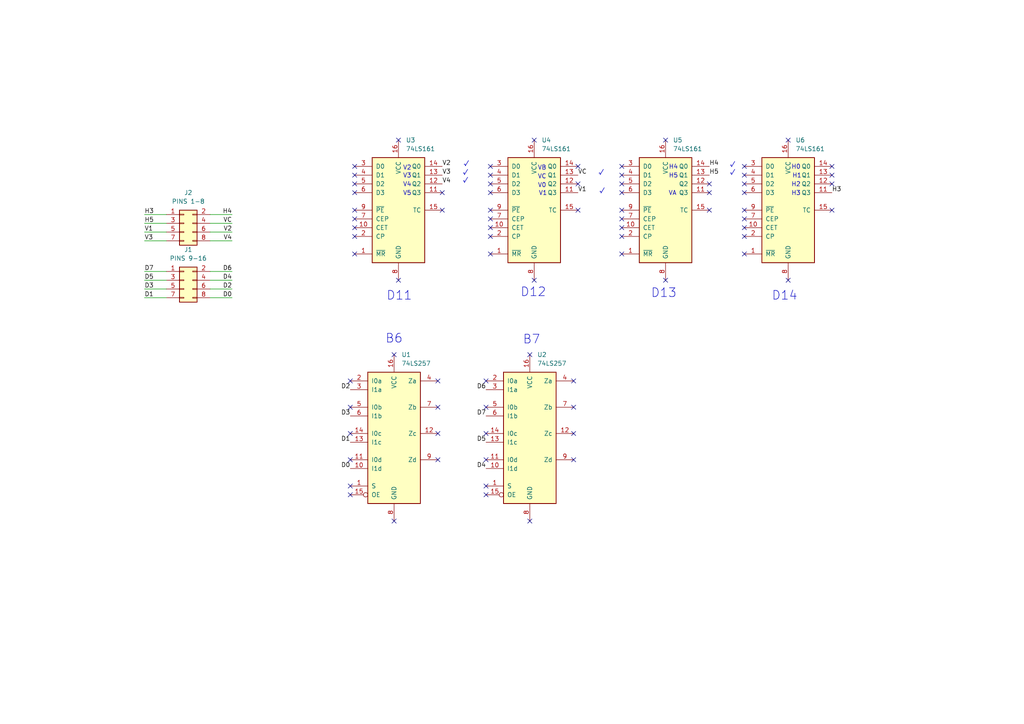
<source format=kicad_sch>
(kicad_sch (version 20250114) (generator "eeschema") (generator_version "9.0")
  (paper "A4")
  (lib_symbols
    (symbol "74xx:74LS161" (pin_names (offset 1.016))
      (property "Reference" "U" (at -7.62 16.51 0))
      (property "Value" "74LS161" (at -7.62 -16.51 0))
      (symbol "74LS161_1_0"
        (pin input line (at -12.7 12.7 0) (length 5.08) (name "D0") (number "3"))
        (pin input line (at -12.7 10.16 0) (length 5.08) (name "D1") (number "4"))
        (pin input line (at -12.7 7.62 0) (length 5.08) (name "D2") (number "5"))
        (pin input line (at -12.7 5.08 0) (length 5.08) (name "D3") (number "6"))
        (pin input line (at -12.7 0 0) (length 5.08) (name "~{PE}") (number "9"))
        (pin input line (at -12.7 -2.54 0) (length 5.08) (name "CEP") (number "7"))
        (pin input line (at -12.7 -5.08 0) (length 5.08) (name "CET") (number "10"))
        (pin input line (at -12.7 -7.62 0) (length 5.08) (name "CP") (number "2"))
        (pin input line (at -12.7 -12.7 0) (length 5.08) (name "~{MR}") (number "1"))
        (pin power_in line (at 0 20.32 270) (length 5.08) (name "VCC") (number "16"))
        (pin power_in line (at 0 -20.32 90) (length 5.08) (name "GND") (number "8"))
        (pin output line (at 12.7 12.7 180) (length 5.08) (name "Q0") (number "14"))
        (pin output line (at 12.7 10.16 180) (length 5.08) (name "Q1") (number "13"))
        (pin output line (at 12.7 7.62 180) (length 5.08) (name "Q2") (number "12"))
        (pin output line (at 12.7 5.08 180) (length 5.08) (name "Q3") (number "11"))
        (pin output line (at 12.7 0 180) (length 5.08) (name "TC") (number "15"))
      )
      (symbol "74LS161_1_1"
        (rectangle (start -7.62 15.24) (end 7.62 -15.24) (stroke (width 0.254)) (fill (type background)))
      )
    )
    (symbol "74xx:74LS257" (pin_names (offset 1.016))
      (property "Reference" "U" (at -7.62 19.05 0))
      (property "Value" "74LS257" (at -7.62 -21.59 0))
      (symbol "74LS257_1_0"
        (pin input line (at -12.7 15.24 0) (length 5.08) (name "I0a") (number "2"))
        (pin input line (at -12.7 12.7 0) (length 5.08) (name "I1a") (number "3"))
        (pin input line (at -12.7 7.62 0) (length 5.08) (name "I0b") (number "5"))
        (pin input line (at -12.7 5.08 0) (length 5.08) (name "I1b") (number "6"))
        (pin input line (at -12.7 0 0) (length 5.08) (name "I0c") (number "14"))
        (pin input line (at -12.7 -2.54 0) (length 5.08) (name "I1c") (number "13"))
        (pin input line (at -12.7 -7.62 0) (length 5.08) (name "I0d") (number "11"))
        (pin input line (at -12.7 -10.16 0) (length 5.08) (name "I1d") (number "10"))
        (pin input line (at -12.7 -15.24 0) (length 5.08) (name "S") (number "1"))
        (pin input inverted (at -12.7 -17.78 0) (length 5.08) (name "OE") (number "15"))
        (pin power_in line (at 0 22.86 270) (length 5.08) (name "VCC") (number "16"))
        (pin power_in line (at 0 -25.4 90) (length 5.08) (name "GND") (number "8"))
        (pin tri_state line (at 12.7 15.24 180) (length 5.08) (name "Za") (number "4"))
        (pin tri_state line (at 12.7 7.62 180) (length 5.08) (name "Zb") (number "7"))
        (pin tri_state line (at 12.7 0 180) (length 5.08) (name "Zc") (number "12"))
        (pin tri_state line (at 12.7 -7.62 180) (length 5.08) (name "Zd") (number "9"))
      )
      (symbol "74LS257_1_1"
        (rectangle (start -7.62 17.78) (end 7.62 -20.32) (stroke (width 0.254)) (fill (type background)))
      )
    )
    (symbol "Connector_Generic:Conn_02x04_Odd_Even" (pin_names (offset 1.016) (hide yes))
      (property "Reference" "J" (at 1.27 5.08 0))
      (property "Value" "Conn_02x04_Odd_Even" (at 1.27 -7.62 0))
      (symbol "Conn_02x04_Odd_Even_1_1"
        (rectangle (start -1.27 3.81) (end 3.81 -6.35) (stroke (width 0.254)) (fill (type background)))
        (rectangle (start -1.27 2.667) (end 0 2.413) (stroke (width 0.1524)))
        (rectangle (start -1.27 0.127) (end 0 -0.127) (stroke (width 0.1524)))
        (rectangle (start -1.27 -2.413) (end 0 -2.667) (stroke (width 0.1524)))
        (rectangle (start -1.27 -4.953) (end 0 -5.207) (stroke (width 0.1524)))
        (rectangle (start 3.81 2.667) (end 2.54 2.413) (stroke (width 0.1524)))
        (rectangle (start 3.81 0.127) (end 2.54 -0.127) (stroke (width 0.1524)))
        (rectangle (start 3.81 -2.413) (end 2.54 -2.667) (stroke (width 0.1524)))
        (rectangle (start 3.81 -4.953) (end 2.54 -5.207) (stroke (width 0.1524)))
        (pin passive line (at -5.08 2.54 0) (length 3.81) (name "Pin_1") (number "1"))
        (pin passive line (at -5.08 0 0) (length 3.81) (name "Pin_3") (number "3"))
        (pin passive line (at -5.08 -2.54 0) (length 3.81) (name "Pin_5") (number "5"))
        (pin passive line (at -5.08 -5.08 0) (length 3.81) (name "Pin_7") (number "7"))
        (pin passive line (at 7.62 2.54 180) (length 3.81) (name "Pin_2") (number "2"))
        (pin passive line (at 7.62 0 180) (length 3.81) (name "Pin_4") (number "4"))
        (pin passive line (at 7.62 -2.54 180) (length 3.81) (name "Pin_6") (number "6"))
        (pin passive line (at 7.62 -5.08 180) (length 3.81) (name "Pin_8") (number "8"))
      )
    )
  )
  (text "H2" (at 230.886 53.594 0) (effects (font (size 1.27 1.27))))
  (text "√" (at 212.344 48.006 0) (effects (font (size 1.27 1.27))))
  (text "√" (at 174.244 50.292 0) (effects (font (size 1.27 1.27))))
  (text "V0" (at 157.226 53.848 0) (effects (font (size 1.27 1.27))))
  (text "√" (at 135.128 47.752 0) (effects (font (size 1.27 1.27))))
  (text "H5" (at 195.326 51.054 0) (effects (font (size 1.27 1.27))))
  (text "VB" (at 157.226 48.768 0) (effects (font (size 1.27 1.27))))
  (text "VC" (at 157.226 51.308 0) (effects (font (size 1.27 1.27))))
  (text "D13" (at 192.532 85.09 0) (effects (font (size 2.54 2.54))))
  (text "V1" (at 157.48 56.134 0) (effects (font (size 1.27 1.27))))
  (text "√" (at 134.874 52.578 0) (effects (font (size 1.27 1.27))))
  (text "V2" (at 118.11 48.768 0) (effects (font (size 1.27 1.27))))
  (text "V4" (at 118.11 53.594 0) (effects (font (size 1.27 1.27))))
  (text "H1" (at 231.14 51.054 0) (effects (font (size 1.27 1.27))))
  (text "B7" (at 154.178 98.552 0) (effects (font (size 2.54 2.54))))
  (text "V3" (at 118.11 51.054 0) (effects (font (size 1.27 1.27))))
  (text "D14" (at 227.584 85.852 0) (effects (font (size 2.54 2.54))))
  (text "H0" (at 230.886 48.514 0) (effects (font (size 1.27 1.27))))
  (text "VA" (at 195.072 56.134 0) (effects (font (size 1.27 1.27))))
  (text "√" (at 134.874 50.292 0) (effects (font (size 1.27 1.27))))
  (text "√" (at 174.498 55.626 0) (effects (font (size 1.27 1.27))))
  (text "H4" (at 195.326 48.514 0) (effects (font (size 1.27 1.27))))
  (text "B6" (at 114.3 98.298 0) (effects (font (size 2.54 2.54))))
  (text "D11" (at 115.824 85.852 0) (effects (font (size 2.54 2.54))))
  (text "√" (at 212.344 50.292 0) (effects (font (size 1.27 1.27))))
  (text "H3" (at 230.886 56.134 0) (effects (font (size 1.27 1.27))))
  (text "V5" (at 118.11 56.134 0) (effects (font (size 1.27 1.27))))
  (text "D12" (at 154.686 84.836 0) (effects (font (size 2.54 2.54))))
  (no_connect (at 215.9 63.5))
  (no_connect (at 128.27 55.88))
  (no_connect (at 167.64 48.26))
  (no_connect (at 180.34 63.5))
  (no_connect (at 101.6 125.73))
  (no_connect (at 102.87 73.66))
  (no_connect (at 180.34 55.88))
  (no_connect (at 166.37 125.73))
  (no_connect (at 215.9 48.26))
  (no_connect (at 142.24 73.66))
  (no_connect (at 154.94 81.28))
  (no_connect (at 128.27 60.96))
  (no_connect (at 167.64 60.96))
  (no_connect (at 180.34 60.96))
  (no_connect (at 215.9 68.58))
  (no_connect (at 142.24 63.5))
  (no_connect (at 140.97 118.11))
  (no_connect (at 140.97 140.97))
  (no_connect (at 205.74 60.96))
  (no_connect (at 142.24 55.88))
  (no_connect (at 215.9 60.96))
  (no_connect (at 127 118.11))
  (no_connect (at 140.97 110.49))
  (no_connect (at 180.34 73.66))
  (no_connect (at 215.9 50.8))
  (no_connect (at 166.37 110.49))
  (no_connect (at 142.24 66.04))
  (no_connect (at 140.97 125.73))
  (no_connect (at 140.97 133.35))
  (no_connect (at 142.24 48.26))
  (no_connect (at 101.6 110.49))
  (no_connect (at 115.57 81.28))
  (no_connect (at 205.74 55.88))
  (no_connect (at 154.94 40.64))
  (no_connect (at 205.74 53.34))
  (no_connect (at 167.64 53.34))
  (no_connect (at 114.3 151.13))
  (no_connect (at 101.6 133.35))
  (no_connect (at 127 110.49))
  (no_connect (at 140.97 143.51))
  (no_connect (at 193.04 81.28))
  (no_connect (at 102.87 66.04))
  (no_connect (at 241.3 48.26))
  (no_connect (at 127 133.35))
  (no_connect (at 241.3 60.96))
  (no_connect (at 180.34 50.8))
  (no_connect (at 142.24 53.34))
  (no_connect (at 142.24 50.8))
  (no_connect (at 241.3 50.8))
  (no_connect (at 102.87 63.5))
  (no_connect (at 102.87 48.26))
  (no_connect (at 166.37 118.11))
  (no_connect (at 215.9 73.66))
  (no_connect (at 228.6 81.28))
  (no_connect (at 142.24 68.58))
  (no_connect (at 153.67 151.13))
  (no_connect (at 102.87 50.8))
  (no_connect (at 180.34 53.34))
  (no_connect (at 180.34 66.04))
  (no_connect (at 101.6 143.51))
  (no_connect (at 215.9 55.88))
  (no_connect (at 115.57 40.64))
  (no_connect (at 114.3 102.87))
  (no_connect (at 102.87 68.58))
  (no_connect (at 215.9 53.34))
  (no_connect (at 193.04 40.64))
  (no_connect (at 153.67 102.87))
  (no_connect (at 241.3 53.34))
  (no_connect (at 228.6 40.64))
  (no_connect (at 180.34 68.58))
  (no_connect (at 102.87 53.34))
  (no_connect (at 101.6 140.97))
  (no_connect (at 127 125.73))
  (no_connect (at 166.37 133.35))
  (no_connect (at 180.34 48.26))
  (no_connect (at 215.9 66.04))
  (no_connect (at 102.87 60.96))
  (no_connect (at 102.87 55.88))
  (no_connect (at 101.6 118.11))
  (no_connect (at 142.24 60.96))
  (wire (pts (xy 41.91 78.74) (xy 48.26 78.74)))
  (wire (pts (xy 60.96 62.23) (xy 67.31 62.23)))
  (wire (pts (xy 60.96 67.31) (xy 67.31 67.31)))
  (wire (pts (xy 41.91 86.36) (xy 48.26 86.36)))
  (wire (pts (xy 41.91 64.77) (xy 48.26 64.77)))
  (wire (pts (xy 60.96 78.74) (xy 67.31 78.74)))
  (wire (pts (xy 41.91 62.23) (xy 48.26 62.23)))
  (wire (pts (xy 41.91 83.82) (xy 48.26 83.82)))
  (wire (pts (xy 60.96 64.77) (xy 67.31 64.77)))
  (wire (pts (xy 60.96 69.85) (xy 67.31 69.85)))
  (wire (pts (xy 60.96 86.36) (xy 67.31 86.36)))
  (wire (pts (xy 41.91 81.28) (xy 48.26 81.28)))
  (wire (pts (xy 60.96 81.28) (xy 67.31 81.28)))
  (wire (pts (xy 41.91 67.31) (xy 48.26 67.31)))
  (wire (pts (xy 41.91 69.85) (xy 48.26 69.85)))
  (wire (pts (xy 60.96 83.82) (xy 67.31 83.82)))
  (label "H4" (at 205.74 48.26 0))
  (label "H5" (at 41.91 64.77 0))
  (label "D7" (at 140.97 120.65 180))
  (label "H3" (at 41.91 62.23 0))
  (label "D3" (at 41.91 83.82 0))
  (label "V2" (at 67.31 67.31 180))
  (label "V3" (at 128.27 50.8 0))
  (label "D3" (at 101.6 120.65 180))
  (label "D0" (at 67.31 86.36 180))
  (label "D2" (at 101.6 113.03 180))
  (label "V3" (at 41.91 69.85 0))
  (label "V4" (at 128.27 53.34 0))
  (label "D1" (at 41.91 86.36 0))
  (label "D2" (at 67.31 83.82 180))
  (label "D0" (at 101.6 135.89 180))
  (label "D1" (at 101.6 128.27 180))
  (label "D7" (at 41.91 78.74 0))
  (label "H3" (at 241.3 55.88 0))
  (label "V1" (at 167.64 55.88 0))
  (label "V4" (at 67.31 69.85 180))
  (label "H4" (at 67.31 62.23 180))
  (label "V1" (at 41.91 67.31 0))
  (label "D5" (at 140.97 128.27 180))
  (label "D4" (at 140.97 135.89 180))
  (label "V2" (at 128.27 48.26 0))
  (label "D4" (at 67.31 81.28 180))
  (label "D6" (at 67.31 78.74 180))
  (label "D5" (at 41.91 81.28 0))
  (label "VC" (at 67.31 64.77 180))
  (label "H5" (at 205.74 50.8 0))
  (label "VC" (at 167.64 50.8 0))
  (label "D6" (at 140.97 113.03 180))
  (symbol (lib_id "74xx:74LS257") (at 153.67 125.73 0) (unit 1)
    (property "Reference" "U2" (at 155.8133 102.87 0) (effects (justify left)))
    (property "Value" "74LS257" (at 155.8133 105.41 0) (effects (justify left)))
    (property "Footprint" "Package_DIP:DIP-16_W7.62mm_Socket" (effects (hide yes)))
    (property "Datasheet" "http://www.ti.com/lit/gpn/sn74LS257" (effects (hide yes)))
    (property "Description" "Quad 2 to 1 Multiplexer" (effects (hide yes)))
  )
  (symbol (lib_id "Connector_Generic:Conn_02x04_Odd_Even") (at 53.34 81.28 0) (unit 1)
    (property "Reference" "J1" (at 54.61 72.39 0))
    (property "Value" "PINS 9-16" (at 54.61 74.93 0))
    (property "Footprint" "Connector_PinHeader_2.54mm:PinHeader_2x04_P2.54mm_Vertical" (effects (hide yes)))
    (property "Description" "Generic connector, double row, 02x04, odd/even pin numbering scheme (row 1 odd numbers, row 2 even numbers), script generated (kicad-library-utils/schlib/autogen/connector/)" (effects (hide yes)))
  )
  (symbol (lib_id "74xx:74LS161") (at 154.94 60.96 0) (unit 1)
    (property "Reference" "U4" (at 157.0833 40.64 0) (effects (justify left)))
    (property "Value" "74LS161" (at 157.0833 43.18 0) (effects (justify left)))
    (property "Footprint" "Package_DIP:DIP-16_W7.62mm_Socket" (effects (hide yes)))
    (property "Datasheet" "http://www.ti.com/lit/gpn/sn74LS161" (effects (hide yes)))
    (property "Description" "Synchronous 4-bit programmable binary Counter" (effects (hide yes)))
  )
  (symbol (lib_id "74xx:74LS161") (at 193.04 60.96 0) (unit 1)
    (property "Reference" "U5" (at 195.1833 40.64 0) (effects (justify left)))
    (property "Value" "74LS161" (at 195.1833 43.18 0) (effects (justify left)))
    (property "Footprint" "Package_DIP:DIP-16_W7.62mm_Socket" (effects (hide yes)))
    (property "Datasheet" "http://www.ti.com/lit/gpn/sn74LS161" (effects (hide yes)))
    (property "Description" "Synchronous 4-bit programmable binary Counter" (effects (hide yes)))
  )
  (symbol (lib_id "74xx:74LS161") (at 115.57 60.96 0) (unit 1)
    (property "Reference" "U3" (at 117.7133 40.64 0) (effects (justify left)))
    (property "Value" "74LS161" (at 117.7133 43.18 0) (effects (justify left)))
    (property "Footprint" "Package_DIP:DIP-16_W7.62mm_Socket" (effects (hide yes)))
    (property "Datasheet" "http://www.ti.com/lit/gpn/sn74LS161" (effects (hide yes)))
    (property "Description" "Synchronous 4-bit programmable binary Counter" (effects (hide yes)))
  )
  (symbol (lib_id "74xx:74LS161") (at 228.6 60.96 0) (unit 1)
    (property "Reference" "U6" (at 230.7433 40.64 0) (effects (justify left)))
    (property "Value" "74LS161" (at 230.7433 43.18 0) (effects (justify left)))
    (property "Footprint" "Package_DIP:DIP-16_W7.62mm_Socket" (effects (hide yes)))
    (property "Datasheet" "http://www.ti.com/lit/gpn/sn74LS161" (effects (hide yes)))
    (property "Description" "Synchronous 4-bit programmable binary Counter" (effects (hide yes)))
  )
  (symbol (lib_id "74xx:74LS257") (at 114.3 125.73 0) (unit 1)
    (property "Reference" "U1" (at 116.4433 102.87 0) (effects (justify left)))
    (property "Value" "74LS257" (at 116.4433 105.41 0) (effects (justify left)))
    (property "Footprint" "Package_DIP:DIP-16_W7.62mm_Socket" (effects (hide yes)))
    (property "Datasheet" "http://www.ti.com/lit/gpn/sn74LS257" (effects (hide yes)))
    (property "Description" "Quad 2 to 1 Multiplexer" (effects (hide yes)))
  )
  (symbol (lib_id "Connector_Generic:Conn_02x04_Odd_Even") (at 53.34 64.77 0) (unit 1)
    (property "Reference" "J2" (at 54.61 55.88 0))
    (property "Value" "PINS 1-8" (at 54.61 58.42 0))
    (property "Footprint" "Connector_PinHeader_2.54mm:PinHeader_2x04_P2.54mm_Vertical" (effects (hide yes)))
    (property "Description" "Generic connector, double row, 02x04, odd/even pin numbering scheme (row 1 odd numbers, row 2 even numbers), script generated (kicad-library-utils/schlib/autogen/connector/)" (effects (hide yes)))
  )
)
</source>
